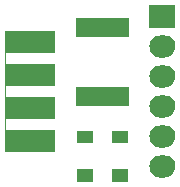
<source format=gts>
G04 #@! TF.FileFunction,Soldermask,Top*
%FSLAX46Y46*%
G04 Gerber Fmt 4.6, Leading zero omitted, Abs format (unit mm)*
G04 Created by KiCad (PCBNEW 4.0.2-stable) date 4/07/2016 2:08:19 PM*
%MOMM*%
G01*
G04 APERTURE LIST*
%ADD10C,0.100000*%
G04 APERTURE END LIST*
D10*
G36*
X137686200Y-117666200D02*
X136313800Y-117666200D01*
X136313800Y-116603800D01*
X137686200Y-116603800D01*
X137686200Y-117666200D01*
X137686200Y-117666200D01*
G37*
G36*
X140686200Y-117666200D02*
X139313800Y-117666200D01*
X139313800Y-116603800D01*
X140686200Y-116603800D01*
X140686200Y-117666200D01*
X140686200Y-117666200D01*
G37*
G36*
X143753749Y-115410277D02*
X143753754Y-115410278D01*
X143755807Y-115410292D01*
X143938080Y-115430737D01*
X144112912Y-115486197D01*
X144273641Y-115574558D01*
X144414146Y-115692456D01*
X144529076Y-115835400D01*
X144614052Y-115997945D01*
X144665839Y-116173899D01*
X144665843Y-116173940D01*
X144665844Y-116173944D01*
X144682463Y-116356558D01*
X144664648Y-116526056D01*
X144663290Y-116538973D01*
X144609052Y-116714187D01*
X144521815Y-116875529D01*
X144404900Y-117016855D01*
X144262762Y-117132779D01*
X144100815Y-117218888D01*
X143925226Y-117271902D01*
X143742685Y-117289800D01*
X143427283Y-117289800D01*
X143416251Y-117289723D01*
X143416246Y-117289722D01*
X143414193Y-117289708D01*
X143231920Y-117269263D01*
X143057088Y-117213803D01*
X142896359Y-117125442D01*
X142755854Y-117007544D01*
X142640924Y-116864600D01*
X142555948Y-116702055D01*
X142504161Y-116526101D01*
X142504157Y-116526060D01*
X142504156Y-116526056D01*
X142487537Y-116343442D01*
X142506705Y-116161074D01*
X142506710Y-116161027D01*
X142560948Y-115985813D01*
X142648185Y-115824471D01*
X142765100Y-115683145D01*
X142907238Y-115567221D01*
X143069185Y-115481112D01*
X143244774Y-115428098D01*
X143427315Y-115410200D01*
X143742717Y-115410200D01*
X143753749Y-115410277D01*
X143753749Y-115410277D01*
G37*
G36*
X134533200Y-106774200D02*
X130400800Y-106774200D01*
X130386647Y-106776211D01*
X130373616Y-106782086D01*
X130362736Y-106791358D01*
X130354871Y-106803294D01*
X130350642Y-106816949D01*
X130350000Y-106825000D01*
X130350000Y-107587000D01*
X130352011Y-107601153D01*
X130357886Y-107614184D01*
X130367158Y-107625064D01*
X130379094Y-107632929D01*
X130392749Y-107637158D01*
X130400800Y-107637800D01*
X134533200Y-107637800D01*
X134533200Y-109568200D01*
X130400800Y-109568200D01*
X130386647Y-109570211D01*
X130373616Y-109576086D01*
X130362736Y-109585358D01*
X130354871Y-109597294D01*
X130350642Y-109610949D01*
X130350000Y-109619000D01*
X130350000Y-110381000D01*
X130352011Y-110395153D01*
X130357886Y-110408184D01*
X130367158Y-110419064D01*
X130379094Y-110426929D01*
X130392749Y-110431158D01*
X130400800Y-110431800D01*
X134533200Y-110431800D01*
X134533200Y-112362200D01*
X130400800Y-112362200D01*
X130386647Y-112364211D01*
X130373616Y-112370086D01*
X130362736Y-112379358D01*
X130354871Y-112391294D01*
X130350642Y-112404949D01*
X130350000Y-112413000D01*
X130350000Y-113175000D01*
X130352011Y-113189153D01*
X130357886Y-113202184D01*
X130367158Y-113213064D01*
X130379094Y-113220929D01*
X130392749Y-113225158D01*
X130400800Y-113225800D01*
X134533200Y-113225800D01*
X134533200Y-115156200D01*
X130300800Y-115156200D01*
X130300800Y-115150800D01*
X130298789Y-115136647D01*
X130292914Y-115123616D01*
X130283642Y-115112736D01*
X130271706Y-115104871D01*
X130260082Y-115101010D01*
X130255095Y-115100000D01*
X130250000Y-115100000D01*
X130250000Y-104900000D01*
X130254738Y-104900000D01*
X130259393Y-104899124D01*
X130272930Y-104894531D01*
X130284651Y-104886348D01*
X130293628Y-104875224D01*
X130299151Y-104862039D01*
X130300800Y-104849200D01*
X130300800Y-104843800D01*
X134533200Y-104843800D01*
X134533200Y-106774200D01*
X134533200Y-106774200D01*
G37*
G36*
X143753749Y-112870277D02*
X143753754Y-112870278D01*
X143755807Y-112870292D01*
X143938080Y-112890737D01*
X144112912Y-112946197D01*
X144273641Y-113034558D01*
X144414146Y-113152456D01*
X144529076Y-113295400D01*
X144614052Y-113457945D01*
X144665839Y-113633899D01*
X144665843Y-113633940D01*
X144665844Y-113633944D01*
X144682463Y-113816558D01*
X144664648Y-113986056D01*
X144663290Y-113998973D01*
X144609052Y-114174187D01*
X144521815Y-114335529D01*
X144404900Y-114476855D01*
X144262762Y-114592779D01*
X144100815Y-114678888D01*
X143925226Y-114731902D01*
X143742685Y-114749800D01*
X143427283Y-114749800D01*
X143416251Y-114749723D01*
X143416246Y-114749722D01*
X143414193Y-114749708D01*
X143231920Y-114729263D01*
X143057088Y-114673803D01*
X142896359Y-114585442D01*
X142755854Y-114467544D01*
X142640924Y-114324600D01*
X142555948Y-114162055D01*
X142504161Y-113986101D01*
X142504157Y-113986060D01*
X142504156Y-113986056D01*
X142487537Y-113803442D01*
X142506705Y-113621074D01*
X142506710Y-113621027D01*
X142560948Y-113445813D01*
X142648185Y-113284471D01*
X142765100Y-113143145D01*
X142907238Y-113027221D01*
X143069185Y-112941112D01*
X143244774Y-112888098D01*
X143427315Y-112870200D01*
X143742717Y-112870200D01*
X143753749Y-112870277D01*
X143753749Y-112870277D01*
G37*
G36*
X140686200Y-114396200D02*
X139313800Y-114396200D01*
X139313800Y-113333800D01*
X140686200Y-113333800D01*
X140686200Y-114396200D01*
X140686200Y-114396200D01*
G37*
G36*
X137686200Y-114396200D02*
X136313800Y-114396200D01*
X136313800Y-113333800D01*
X137686200Y-113333800D01*
X137686200Y-114396200D01*
X137686200Y-114396200D01*
G37*
G36*
X143753749Y-110330277D02*
X143753754Y-110330278D01*
X143755807Y-110330292D01*
X143938080Y-110350737D01*
X144112912Y-110406197D01*
X144273641Y-110494558D01*
X144414146Y-110612456D01*
X144529076Y-110755400D01*
X144614052Y-110917945D01*
X144665839Y-111093899D01*
X144665843Y-111093940D01*
X144665844Y-111093944D01*
X144682463Y-111276558D01*
X144664648Y-111446056D01*
X144663290Y-111458973D01*
X144609052Y-111634187D01*
X144521815Y-111795529D01*
X144404900Y-111936855D01*
X144262762Y-112052779D01*
X144100815Y-112138888D01*
X143925226Y-112191902D01*
X143742685Y-112209800D01*
X143427283Y-112209800D01*
X143416251Y-112209723D01*
X143416246Y-112209722D01*
X143414193Y-112209708D01*
X143231920Y-112189263D01*
X143057088Y-112133803D01*
X142896359Y-112045442D01*
X142755854Y-111927544D01*
X142640924Y-111784600D01*
X142555948Y-111622055D01*
X142504161Y-111446101D01*
X142504157Y-111446060D01*
X142504156Y-111446056D01*
X142487537Y-111263442D01*
X142506705Y-111081074D01*
X142506710Y-111081027D01*
X142560948Y-110905813D01*
X142648185Y-110744471D01*
X142765100Y-110603145D01*
X142907238Y-110487221D01*
X143069185Y-110401112D01*
X143244774Y-110348098D01*
X143427315Y-110330200D01*
X143742717Y-110330200D01*
X143753749Y-110330277D01*
X143753749Y-110330277D01*
G37*
G36*
X140751200Y-111251200D02*
X136248800Y-111251200D01*
X136248800Y-109648800D01*
X140751200Y-109648800D01*
X140751200Y-111251200D01*
X140751200Y-111251200D01*
G37*
G36*
X143753749Y-107790277D02*
X143753754Y-107790278D01*
X143755807Y-107790292D01*
X143938080Y-107810737D01*
X144112912Y-107866197D01*
X144273641Y-107954558D01*
X144414146Y-108072456D01*
X144529076Y-108215400D01*
X144614052Y-108377945D01*
X144665839Y-108553899D01*
X144665843Y-108553940D01*
X144665844Y-108553944D01*
X144682463Y-108736558D01*
X144664648Y-108906056D01*
X144663290Y-108918973D01*
X144609052Y-109094187D01*
X144521815Y-109255529D01*
X144404900Y-109396855D01*
X144262762Y-109512779D01*
X144100815Y-109598888D01*
X143925226Y-109651902D01*
X143742685Y-109669800D01*
X143427283Y-109669800D01*
X143416251Y-109669723D01*
X143416246Y-109669722D01*
X143414193Y-109669708D01*
X143231920Y-109649263D01*
X143057088Y-109593803D01*
X142896359Y-109505442D01*
X142755854Y-109387544D01*
X142640924Y-109244600D01*
X142555948Y-109082055D01*
X142504161Y-108906101D01*
X142504157Y-108906060D01*
X142504156Y-108906056D01*
X142487537Y-108723442D01*
X142506705Y-108541074D01*
X142506710Y-108541027D01*
X142560948Y-108365813D01*
X142648185Y-108204471D01*
X142765100Y-108063145D01*
X142907238Y-107947221D01*
X143069185Y-107861112D01*
X143244774Y-107808098D01*
X143427315Y-107790200D01*
X143742717Y-107790200D01*
X143753749Y-107790277D01*
X143753749Y-107790277D01*
G37*
G36*
X143753749Y-105250277D02*
X143753754Y-105250278D01*
X143755807Y-105250292D01*
X143938080Y-105270737D01*
X144112912Y-105326197D01*
X144273641Y-105414558D01*
X144414146Y-105532456D01*
X144529076Y-105675400D01*
X144614052Y-105837945D01*
X144665839Y-106013899D01*
X144665843Y-106013940D01*
X144665844Y-106013944D01*
X144682463Y-106196558D01*
X144664648Y-106366056D01*
X144663290Y-106378973D01*
X144609052Y-106554187D01*
X144521815Y-106715529D01*
X144404900Y-106856855D01*
X144262762Y-106972779D01*
X144100815Y-107058888D01*
X143925226Y-107111902D01*
X143742685Y-107129800D01*
X143427283Y-107129800D01*
X143416251Y-107129723D01*
X143416246Y-107129722D01*
X143414193Y-107129708D01*
X143231920Y-107109263D01*
X143057088Y-107053803D01*
X142896359Y-106965442D01*
X142755854Y-106847544D01*
X142640924Y-106704600D01*
X142555948Y-106542055D01*
X142504161Y-106366101D01*
X142504157Y-106366060D01*
X142504156Y-106366056D01*
X142487537Y-106183442D01*
X142506705Y-106001074D01*
X142506710Y-106001027D01*
X142560948Y-105825813D01*
X142648185Y-105664471D01*
X142765100Y-105523145D01*
X142907238Y-105407221D01*
X143069185Y-105321112D01*
X143244774Y-105268098D01*
X143427315Y-105250200D01*
X143742717Y-105250200D01*
X143753749Y-105250277D01*
X143753749Y-105250277D01*
G37*
G36*
X140751200Y-105351200D02*
X136248800Y-105351200D01*
X136248800Y-103748800D01*
X140751200Y-103748800D01*
X140751200Y-105351200D01*
X140751200Y-105351200D01*
G37*
G36*
X144677200Y-104589800D02*
X142492800Y-104589800D01*
X142492800Y-102710200D01*
X144677200Y-102710200D01*
X144677200Y-104589800D01*
X144677200Y-104589800D01*
G37*
M02*

</source>
